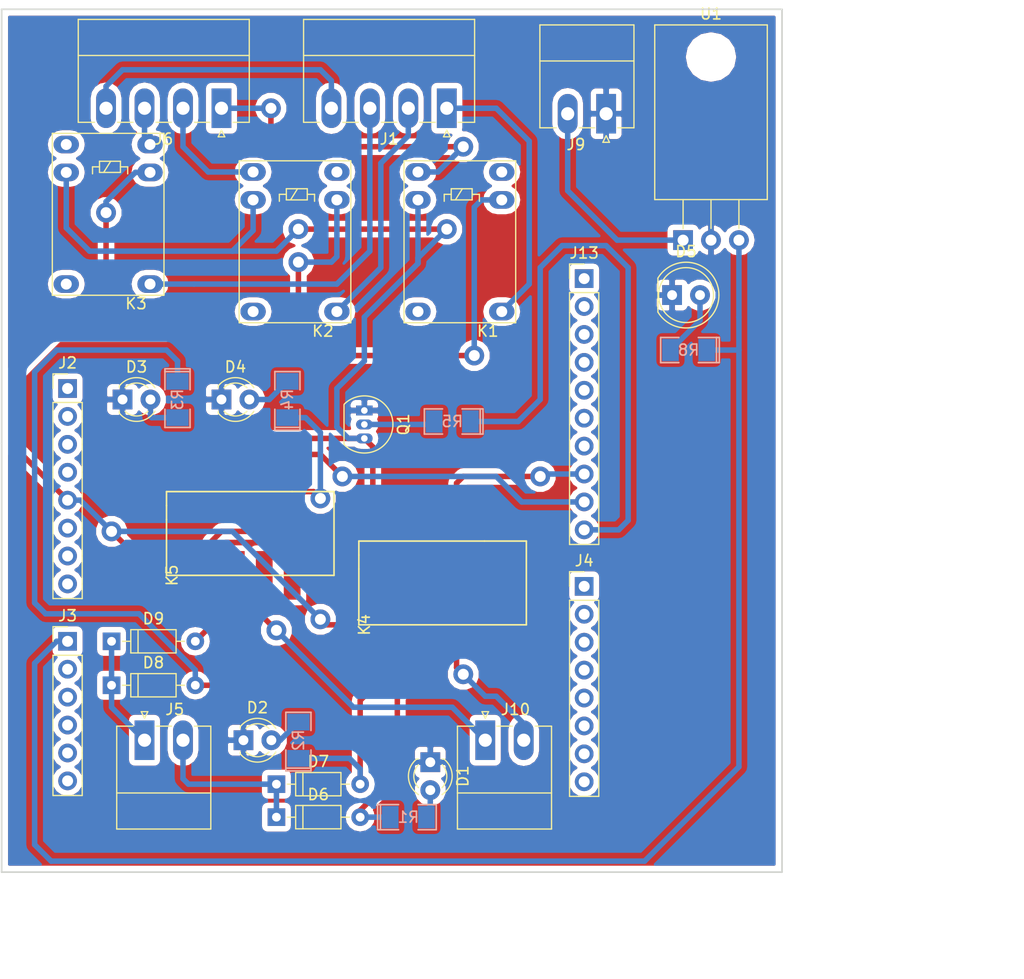
<source format=kicad_pcb>
(kicad_pcb (version 4) (host pcbnew 4.0.7)
  (layers (0 F.Cu signal) (31 B.Cu signal) (34 B.Paste user) (35 F.Paste user) (36 B.SilkS user) (37 F.SilkS user) (38 B.Mask user) (39 F.Mask user) (44 Edge.Cuts user))
  (net 0 "")
  (net 1 GND)
  (net 2 "Net-(D1-Pad2)")
  (net 3 "Net-(D2-Pad2)")
  (net 4 "Net-(D3-Pad2)")
  (net 5 "Net-(D4-Pad2)")
  (net 6 "Net-(J2-Pad1)")
  (net 7 "Net-(J2-Pad2)")
  (net 8 "Net-(J2-Pad3)")
  (net 9 "Net-(J2-Pad4)")
  (net 10 "Net-(J2-Pad5)")
  (net 11 "Net-(J2-Pad6)")
  (net 12 "Net-(J6-Pad1)")
  (net 13 "Net-(J6-Pad3)")
  (net 14 "Net-(Q1-Pad2)")
  (net 15 "Net-(K1-Pad8)")
  (net 16 "Net-(D5-Pad2)")
  (net 17 "Net-(J10-Pad1)")
  (net 18 "Net-(J10-Pad2)")
  (net 19 "Net-(K5-Pad5)")
  (net 20 "Net-(D6-Pad1)")
  (net 21 "Net-(D6-Pad2)")
  (net 22 "Net-(D7-Pad2)")
  (net 23 "Net-(D8-Pad1)")
  (net 24 "Net-(D8-Pad2)")
  (net 25 "Net-(D9-Pad2)")
  (net 26 "Net-(K1-Pad6)")
  (net 27 "Net-(J13-Pad1)")
  (net 28 "Net-(J13-Pad2)")
  (net 29 "Net-(J13-Pad3)")
  (net 30 "Net-(J13-Pad4)")
  (net 31 "Net-(J13-Pad5)")
  (net 32 "Net-(J13-Pad6)")
  (net 33 "Net-(J13-Pad7)")
  (net 34 "Net-(J13-Pad8)")
  (net 35 "Net-(J13-Pad9)")
  (net 36 "Net-(J13-Pad10)")
  (net 37 "Net-(J1-Pad1)")
  (net 38 "Net-(J1-Pad2)")
  (net 39 "Net-(J1-Pad3)")
  (net 40 "Net-(J1-Pad4)")
  (net 41 "Net-(J2-Pad7)")
  (net 42 "Net-(J2-Pad8)")
  (net 43 "Net-(J3-Pad1)")
  (net 44 "Net-(J3-Pad2)")
  (net 45 "Net-(J3-Pad3)")
  (net 46 "Net-(J3-Pad4)")
  (net 47 "Net-(J3-Pad5)")
  (net 48 "Net-(J3-Pad6)")
  (net 49 "Net-(J4-Pad1)")
  (net 50 "Net-(J4-Pad2)")
  (net 51 "Net-(J4-Pad3)")
  (net 52 "Net-(J4-Pad4)")
  (net 53 "Net-(J4-Pad5)")
  (net 54 "Net-(J4-Pad6)")
  (net 55 "Net-(J4-Pad7)")
  (net 56 "Net-(J4-Pad8)")
  (net 57 "Net-(J6-Pad2)")
  (net 58 "Net-(J9-Pad2)")
  (net 59 "Net-(K4-Pad5)")
  (net 60 "Net-(K4-Pad10)")
  (net 61 "Net-(K5-Pad10)")
  (net 62 "Net-(K2-Pad6)")
  (net 63 "Net-(K3-Pad7)")
  (module TO_SOT_Packages_THT:TO-220-3_Horizontal (layer F.Cu) (at 248 79.5)
    (fp_text reference U1 (at 2.54 -20.58) (layer F.SilkS))
    (fp_text value LM7805_TO220)
    (pad 0 np_thru_hole oval (at 2.54 -16.66) (size 3.5 3.5) (drill 3.5) (layers *.Cu *.Mask))
    (pad 1 thru_hole rect (at 0 0) (size 1.8 1.8) (drill 1) (layers *.Cu *.Mask) (net 58 "Net-(J9-Pad2)"))
    (pad 2 thru_hole oval (at 2.54 0) (size 1.8 1.8) (drill 1) (layers *.Cu *.Mask) (net 1 GND))
    (pad 3 thru_hole oval (at 5.08 0) (size 1.8 1.8) (drill 1) (layers *.Cu *.Mask) (net 43 "Net-(J3-Pad1)"))
  )
  (module Diodes_THT:D_DO-35_SOD27_P7.62mm_Horizontal (layer F.Cu) (at 196 116)
    (fp_text reference D9 (at 3.81 -2.06) (layer F.SilkS))
    (fp_text value D)
    (pad 1 thru_hole rect (at 0 0) (size 1.6 1.6) (drill 0.8) (layers *.Cu *.Mask) (net 23 "Net-(D8-Pad1)"))
    (pad 2 thru_hole oval (at 7.62 0) (size 1.6 1.6) (drill 0.8) (layers *.Cu *.Mask) (net 25 "Net-(D9-Pad2)"))
  )
  (module LEDs:LED_D3.0mm (layer F.Cu) (at 225 127 270)
    (fp_text reference D1 (at 1.27 -2.96 270) (layer F.SilkS))
    (fp_text value Led_pedal_H)
    (pad 1 thru_hole rect (at 0 0 270) (size 1.8 1.8) (drill 0.9) (layers *.Cu *.Mask) (net 1 GND))
    (pad 2 thru_hole circle (at 2.54 0 270) (size 1.8 1.8) (drill 0.9) (layers *.Cu *.Mask) (net 2 "Net-(D1-Pad2)"))
  )
  (module LEDs:LED_D3.0mm (layer F.Cu) (at 208 125)
    (fp_text reference D2 (at 1.27 -2.96) (layer F.SilkS))
    (fp_text value Led_button_H)
    (pad 1 thru_hole rect (at 0 0) (size 1.8 1.8) (drill 0.9) (layers *.Cu *.Mask) (net 1 GND))
    (pad 2 thru_hole circle (at 2.54 0) (size 1.8 1.8) (drill 0.9) (layers *.Cu *.Mask) (net 3 "Net-(D2-Pad2)"))
  )
  (module LEDs:LED_D3.0mm (layer F.Cu) (at 197 94)
    (fp_text reference D3 (at 1.27 -2.96) (layer F.SilkS))
    (fp_text value Led_pedal_l)
    (pad 1 thru_hole rect (at 0 0) (size 1.8 1.8) (drill 0.9) (layers *.Cu *.Mask) (net 1 GND))
    (pad 2 thru_hole circle (at 2.54 0) (size 1.8 1.8) (drill 0.9) (layers *.Cu *.Mask) (net 4 "Net-(D3-Pad2)"))
  )
  (module LEDs:LED_D3.0mm (layer F.Cu) (at 206 94)
    (fp_text reference D4 (at 1.27 -2.96) (layer F.SilkS))
    (fp_text value Led_buttonl_l)
    (pad 1 thru_hole rect (at 0 0) (size 1.8 1.8) (drill 0.9) (layers *.Cu *.Mask) (net 1 GND))
    (pad 2 thru_hole circle (at 2.54 0) (size 1.8 1.8) (drill 0.9) (layers *.Cu *.Mask) (net 5 "Net-(D4-Pad2)"))
  )
  (module LEDs:LED_D5.0mm (layer F.Cu) (at 247 84.5)
    (fp_text reference D5 (at 1.27 -3.96) (layer F.SilkS))
    (fp_text value Led_voltage)
    (pad 1 thru_hole rect (at 0 0) (size 1.8 1.8) (drill 0.9) (layers *.Cu *.Mask) (net 1 GND))
    (pad 2 thru_hole circle (at 2.54 0) (size 1.8 1.8) (drill 0.9) (layers *.Cu *.Mask) (net 16 "Net-(D5-Pad2)"))
  )
  (module Diodes_THT:D_DO-35_SOD27_P7.62mm_Horizontal (layer F.Cu) (at 211 132)
    (fp_text reference D6 (at 3.81 -2.06) (layer F.SilkS))
    (fp_text value D)
    (pad 1 thru_hole rect (at 0 0) (size 1.6 1.6) (drill 0.8) (layers *.Cu *.Mask) (net 20 "Net-(D6-Pad1)"))
    (pad 2 thru_hole oval (at 7.62 0) (size 1.6 1.6) (drill 0.8) (layers *.Cu *.Mask) (net 21 "Net-(D6-Pad2)"))
  )
  (module Diodes_THT:D_DO-35_SOD27_P7.62mm_Horizontal (layer F.Cu) (at 211 129)
    (fp_text reference D7 (at 3.81 -2.06) (layer F.SilkS))
    (fp_text value D)
    (pad 1 thru_hole rect (at 0 0) (size 1.6 1.6) (drill 0.8) (layers *.Cu *.Mask) (net 20 "Net-(D6-Pad1)"))
    (pad 2 thru_hole oval (at 7.62 0) (size 1.6 1.6) (drill 0.8) (layers *.Cu *.Mask) (net 22 "Net-(D7-Pad2)"))
  )
  (module Diodes_THT:D_DO-35_SOD27_P7.62mm_Horizontal (layer F.Cu) (at 196 120)
    (fp_text reference D8 (at 3.81 -2.06) (layer F.SilkS))
    (fp_text value D)
    (pad 1 thru_hole rect (at 0 0) (size 1.6 1.6) (drill 0.8) (layers *.Cu *.Mask) (net 23 "Net-(D8-Pad1)"))
    (pad 2 thru_hole oval (at 7.62 0) (size 1.6 1.6) (drill 0.8) (layers *.Cu *.Mask) (net 24 "Net-(D8-Pad2)"))
  )
  (module Connectors_Phoenix:PhoenixContact_MC-G_04x3.50mm_Angled (layer F.Cu) (at 226.5 67.5 180)
    (fp_text reference J1 (at 5.25 -2.8 180) (layer F.SilkS))
    (fp_text value "Входные сигналы положения педали")
    (pad 1 thru_hole rect (at 0 0 180) (size 1.8 3.6) (drill 1.2) (layers *.Cu *.Mask) (net 37 "Net-(J1-Pad1)"))
    (pad 2 thru_hole oval (at 3.5 0 180) (size 1.8 3.6) (drill 1.2) (layers *.Cu *.Mask) (net 38 "Net-(J1-Pad2)"))
    (pad 3 thru_hole oval (at 7 0 180) (size 1.8 3.6) (drill 1.2) (layers *.Cu *.Mask) (net 39 "Net-(J1-Pad3)"))
    (pad 4 thru_hole oval (at 10.5 0 180) (size 1.8 3.6) (drill 1.2) (layers *.Cu *.Mask) (net 40 "Net-(J1-Pad4)"))
  )
  (module Socket_Strips:Socket_Strip_Straight_1x08_Pitch2.54mm (layer F.Cu) (at 192 93)
    (fp_text reference J2 (at 0 -2.33) (layer F.SilkS))
    (fp_text value "left 8")
    (pad 1 thru_hole rect (at 0 0) (size 1.7 1.7) (drill 1) (layers *.Cu *.Mask) (net 6 "Net-(J2-Pad1)"))
    (pad 2 thru_hole oval (at 0 2.54) (size 1.7 1.7) (drill 1) (layers *.Cu *.Mask) (net 7 "Net-(J2-Pad2)"))
    (pad 3 thru_hole oval (at 0 5.08) (size 1.7 1.7) (drill 1) (layers *.Cu *.Mask) (net 8 "Net-(J2-Pad3)"))
    (pad 4 thru_hole oval (at 0 7.62) (size 1.7 1.7) (drill 1) (layers *.Cu *.Mask) (net 9 "Net-(J2-Pad4)"))
    (pad 5 thru_hole oval (at 0 10.16) (size 1.7 1.7) (drill 1) (layers *.Cu *.Mask) (net 10 "Net-(J2-Pad5)"))
    (pad 6 thru_hole oval (at 0 12.7) (size 1.7 1.7) (drill 1) (layers *.Cu *.Mask) (net 11 "Net-(J2-Pad6)"))
    (pad 7 thru_hole oval (at 0 15.24) (size 1.7 1.7) (drill 1) (layers *.Cu *.Mask) (net 41 "Net-(J2-Pad7)"))
    (pad 8 thru_hole oval (at 0 17.78) (size 1.7 1.7) (drill 1) (layers *.Cu *.Mask) (net 42 "Net-(J2-Pad8)"))
  )
  (module Socket_Strips:Socket_Strip_Straight_1x06_Pitch2.54mm (layer F.Cu) (at 192 116)
    (fp_text reference J3 (at 0 -2.33) (layer F.SilkS))
    (fp_text value "Left 06")
    (pad 1 thru_hole rect (at 0 0) (size 1.7 1.7) (drill 1) (layers *.Cu *.Mask) (net 43 "Net-(J3-Pad1)"))
    (pad 2 thru_hole oval (at 0 2.54) (size 1.7 1.7) (drill 1) (layers *.Cu *.Mask) (net 44 "Net-(J3-Pad2)"))
    (pad 3 thru_hole oval (at 0 5.08) (size 1.7 1.7) (drill 1) (layers *.Cu *.Mask) (net 45 "Net-(J3-Pad3)"))
    (pad 4 thru_hole oval (at 0 7.62) (size 1.7 1.7) (drill 1) (layers *.Cu *.Mask) (net 46 "Net-(J3-Pad4)"))
    (pad 5 thru_hole oval (at 0 10.16) (size 1.7 1.7) (drill 1) (layers *.Cu *.Mask) (net 47 "Net-(J3-Pad5)"))
    (pad 6 thru_hole oval (at 0 12.7) (size 1.7 1.7) (drill 1) (layers *.Cu *.Mask) (net 48 "Net-(J3-Pad6)"))
  )
  (module Socket_Strips:Socket_Strip_Straight_1x08_Pitch2.54mm (layer F.Cu) (at 239 111)
    (fp_text reference J4 (at 0 -2.33) (layer F.SilkS))
    (fp_text value "Right 08")
    (pad 1 thru_hole rect (at 0 0) (size 1.7 1.7) (drill 1) (layers *.Cu *.Mask) (net 49 "Net-(J4-Pad1)"))
    (pad 2 thru_hole oval (at 0 2.54) (size 1.7 1.7) (drill 1) (layers *.Cu *.Mask) (net 50 "Net-(J4-Pad2)"))
    (pad 3 thru_hole oval (at 0 5.08) (size 1.7 1.7) (drill 1) (layers *.Cu *.Mask) (net 51 "Net-(J4-Pad3)"))
    (pad 4 thru_hole oval (at 0 7.62) (size 1.7 1.7) (drill 1) (layers *.Cu *.Mask) (net 52 "Net-(J4-Pad4)"))
    (pad 5 thru_hole oval (at 0 10.16) (size 1.7 1.7) (drill 1) (layers *.Cu *.Mask) (net 53 "Net-(J4-Pad5)"))
    (pad 6 thru_hole oval (at 0 12.7) (size 1.7 1.7) (drill 1) (layers *.Cu *.Mask) (net 54 "Net-(J4-Pad6)"))
    (pad 7 thru_hole oval (at 0 15.24) (size 1.7 1.7) (drill 1) (layers *.Cu *.Mask) (net 55 "Net-(J4-Pad7)"))
    (pad 8 thru_hole oval (at 0 17.78) (size 1.7 1.7) (drill 1) (layers *.Cu *.Mask) (net 56 "Net-(J4-Pad8)"))
  )
  (module Connectors_Phoenix:PhoenixContact_MC-G_02x3.50mm_Angled (layer F.Cu) (at 199 125)
    (fp_text reference J5 (at 2.75 -2.8) (layer F.SilkS))
    (fp_text value "Выход для OSCC")
    (pad 1 thru_hole rect (at 0 0) (size 1.8 3.6) (drill 1.2) (layers *.Cu *.Mask) (net 23 "Net-(D8-Pad1)"))
    (pad 2 thru_hole oval (at 3.5 0) (size 1.8 3.6) (drill 1.2) (layers *.Cu *.Mask) (net 20 "Net-(D6-Pad1)"))
  )
  (module Connectors_Phoenix:PhoenixContact_MC-G_04x3.50mm_Angled (layer F.Cu) (at 206 67.5 180)
    (fp_text reference J6 (at 5.25 -2.8 180) (layer F.SilkS))
    (fp_text value "Выход положения педали OSCC")
    (pad 1 thru_hole rect (at 0 0 180) (size 1.8 3.6) (drill 1.2) (layers *.Cu *.Mask) (net 12 "Net-(J6-Pad1)"))
    (pad 2 thru_hole oval (at 3.5 0 180) (size 1.8 3.6) (drill 1.2) (layers *.Cu *.Mask) (net 57 "Net-(J6-Pad2)"))
    (pad 3 thru_hole oval (at 7 0 180) (size 1.8 3.6) (drill 1.2) (layers *.Cu *.Mask) (net 13 "Net-(J6-Pad3)"))
    (pad 4 thru_hole oval (at 10.5 0 180) (size 1.8 3.6) (drill 1.2) (layers *.Cu *.Mask) (net 40 "Net-(J1-Pad4)"))
  )
  (module Connectors_Phoenix:PhoenixContact_MC-G_02x3.50mm_Angled (layer F.Cu) (at 241 68 180)
    (fp_text reference J9 (at 2.75 -2.8 180) (layer F.SilkS))
    (fp_text value "Нажатие кнопки")
    (pad 1 thru_hole rect (at 0 0 180) (size 1.8 3.6) (drill 1.2) (layers *.Cu *.Mask) (net 1 GND))
    (pad 2 thru_hole oval (at 3.5 0 180) (size 1.8 3.6) (drill 1.2) (layers *.Cu *.Mask) (net 58 "Net-(J9-Pad2)"))
  )
  (module Connectors_Phoenix:PhoenixContact_MC-G_02x3.50mm_Angled (layer F.Cu) (at 230 125)
    (fp_text reference J10 (at 2.75 -2.8) (layer F.SilkS))
    (fp_text value "Вход c KIA High Low")
    (pad 1 thru_hole rect (at 0 0) (size 1.8 3.6) (drill 1.2) (layers *.Cu *.Mask) (net 17 "Net-(J10-Pad1)"))
    (pad 2 thru_hole oval (at 3.5 0) (size 1.8 3.6) (drill 1.2) (layers *.Cu *.Mask) (net 18 "Net-(J10-Pad2)"))
  )
  (module Socket_Strips:Socket_Strip_Straight_1x10_Pitch2.54mm (layer F.Cu) (at 239 83)
    (fp_text reference J13 (at 0 -2.33) (layer F.SilkS))
    (fp_text value Conn_01x10)
    (pad 1 thru_hole rect (at 0 0) (size 1.7 1.7) (drill 1) (layers *.Cu *.Mask) (net 27 "Net-(J13-Pad1)"))
    (pad 2 thru_hole oval (at 0 2.54) (size 1.7 1.7) (drill 1) (layers *.Cu *.Mask) (net 28 "Net-(J13-Pad2)"))
    (pad 3 thru_hole oval (at 0 5.08) (size 1.7 1.7) (drill 1) (layers *.Cu *.Mask) (net 29 "Net-(J13-Pad3)"))
    (pad 4 thru_hole oval (at 0 7.62) (size 1.7 1.7) (drill 1) (layers *.Cu *.Mask) (net 30 "Net-(J13-Pad4)"))
    (pad 5 thru_hole oval (at 0 10.16) (size 1.7 1.7) (drill 1) (layers *.Cu *.Mask) (net 31 "Net-(J13-Pad5)"))
    (pad 6 thru_hole oval (at 0 12.7) (size 1.7 1.7) (drill 1) (layers *.Cu *.Mask) (net 32 "Net-(J13-Pad6)"))
    (pad 7 thru_hole oval (at 0 15.24) (size 1.7 1.7) (drill 1) (layers *.Cu *.Mask) (net 33 "Net-(J13-Pad7)"))
    (pad 8 thru_hole oval (at 0 17.78) (size 1.7 1.7) (drill 1) (layers *.Cu *.Mask) (net 34 "Net-(J13-Pad8)"))
    (pad 9 thru_hole oval (at 0 20.32) (size 1.7 1.7) (drill 1) (layers *.Cu *.Mask) (net 35 "Net-(J13-Pad9)"))
    (pad 10 thru_hole oval (at 0 22.86) (size 1.7 1.7) (drill 1) (layers *.Cu *.Mask) (net 36 "Net-(J13-Pad10)"))
  )
  (module TO_SOT_Packages_THT:TO-92_Inline_Narrow_Oval (layer F.Cu) (at 219 95 270)
    (fp_text reference Q1 (at 1.27 -3.56 270) (layer F.SilkS))
    (fp_text value KT315)
    (pad 2 thru_hole oval (at 1.27 0 90) (size 0.9 1.5) (drill 0.6) (layers *.Cu *.Mask) (net 14 "Net-(Q1-Pad2)"))
    (pad 3 thru_hole oval (at 2.54 0 90) (size 0.9 1.5) (drill 0.6) (layers *.Cu *.Mask) (net 15 "Net-(K1-Pad8)"))
    (pad 1 thru_hole rect (at 0 0 90) (size 0.9 1.5) (drill 0.6) (layers *.Cu *.Mask) (net 1 GND))
  )
  (module SMD_Packages:SMD-1206_Pol (layer B.Cu) (at 223 132)
    (fp_text reference R1 (at 0 0) (layer B.SilkS) (effects (justify mirror)))
    (fp_text value 200)
    (pad 1 smd rect (at -1.651 0) (size 1.524 2.032) (layers B.Cu B.Paste B.Mask) (net 21 "Net-(D6-Pad2)"))
    (pad 2 smd rect (at 1.651 0) (size 1.524 2.032) (layers B.Cu B.Paste B.Mask) (net 2 "Net-(D1-Pad2)"))
  )
  (module SMD_Packages:SMD-1206_Pol (layer B.Cu) (at 213 125 90)
    (fp_text reference R2 (at 0 0 90) (layer B.SilkS) (effects (justify mirror)))
    (fp_text value 200)
    (pad 1 smd rect (at -1.651 0 90) (size 1.524 2.032) (layers B.Cu B.Paste B.Mask) (net 22 "Net-(D7-Pad2)"))
    (pad 2 smd rect (at 1.651 0 90) (size 1.524 2.032) (layers B.Cu B.Paste B.Mask) (net 3 "Net-(D2-Pad2)"))
  )
  (module SMD_Packages:SMD-1206_Pol (layer B.Cu) (at 202 94 270)
    (fp_text reference R3 (at 0 0 270) (layer B.SilkS) (effects (justify mirror)))
    (fp_text value 200)
    (pad 1 smd rect (at -1.651 0 270) (size 1.524 2.032) (layers B.Cu B.Paste B.Mask) (net 24 "Net-(D8-Pad2)"))
    (pad 2 smd rect (at 1.651 0 270) (size 1.524 2.032) (layers B.Cu B.Paste B.Mask) (net 4 "Net-(D3-Pad2)"))
  )
  (module SMD_Packages:SMD-1206_Pol (layer B.Cu) (at 212 94 90)
    (fp_text reference R4 (at 0 0 90) (layer B.SilkS) (effects (justify mirror)))
    (fp_text value 200)
    (pad 1 smd rect (at -1.651 0 90) (size 1.524 2.032) (layers B.Cu B.Paste B.Mask) (net 25 "Net-(D9-Pad2)"))
    (pad 2 smd rect (at 1.651 0 90) (size 1.524 2.032) (layers B.Cu B.Paste B.Mask) (net 5 "Net-(D4-Pad2)"))
  )
  (module SMD_Packages:SMD-1206_Pol (layer B.Cu) (at 227 96 180)
    (fp_text reference R5 (at 0 0 180) (layer B.SilkS) (effects (justify mirror)))
    (fp_text value 30)
    (pad 1 smd rect (at -1.651 0 180) (size 1.524 2.032) (layers B.Cu B.Paste B.Mask) (net 36 "Net-(J13-Pad10)"))
    (pad 2 smd rect (at 1.651 0 180) (size 1.524 2.032) (layers B.Cu B.Paste B.Mask) (net 14 "Net-(Q1-Pad2)"))
  )
  (module SMD_Packages:SMD-1206_Pol (layer B.Cu) (at 248.5 89.5 180)
    (fp_text reference R8 (at 0 0 180) (layer B.SilkS) (effects (justify mirror)))
    (fp_text value 200)
    (pad 1 smd rect (at -1.651 0 180) (size 1.524 2.032) (layers B.Cu B.Paste B.Mask) (net 43 "Net-(J3-Pad1)"))
    (pad 2 smd rect (at 1.651 0 180) (size 1.524 2.032) (layers B.Cu B.Paste B.Mask) (net 16 "Net-(D5-Pad2)"))
  )
  (module Library:EE2-5NU (layer F.Cu) (at 218.5 114.5 90)
    (fp_text reference K4 (at 0 0.5 90) (layer F.SilkS))
    (fp_text value AZ850-x)
    (pad 1 smd rect (at 0 1.27 90) (size 4.42 1.524) (layers F.Cu F.Paste F.Mask) (net 10 "Net-(J2-Pad5)"))
    (pad 3 smd rect (at 0 6.35 90) (size 4.42 1.524) (layers F.Cu F.Paste F.Mask) (net 21 "Net-(D6-Pad2)"))
    (pad 4 smd rect (at 0 8.89 90) (size 4.42 1.524) (layers F.Cu F.Paste F.Mask) (net 18 "Net-(J10-Pad2)"))
    (pad 5 smd rect (at 0 11.43 90) (size 4.42 1.524) (layers F.Cu F.Paste F.Mask) (net 59 "Net-(K4-Pad5)"))
    (pad 12 smd rect (at 7.62 1.27 90) (size 4.42 1.524) (layers F.Cu F.Paste F.Mask) (net 15 "Net-(K1-Pad8)"))
    (pad 10 smd rect (at 7.62 6.35 90) (size 4.42 1.524) (layers F.Cu F.Paste F.Mask) (net 60 "Net-(K4-Pad10)"))
    (pad 9 smd rect (at 7.62 8.89 90) (size 4.42 1.524) (layers F.Cu F.Paste F.Mask) (net 34 "Net-(J13-Pad8)"))
    (pad 8 smd rect (at 7.62 11.43 90) (size 4.42 1.524) (layers F.Cu F.Paste F.Mask) (net 22 "Net-(D7-Pad2)"))
  )
  (module Library:EE2-5NU (layer F.Cu) (at 201 110 90)
    (fp_text reference K5 (at 0 0.5 90) (layer F.SilkS))
    (fp_text value AZ850-x)
    (pad 1 smd rect (at 0 1.27 90) (size 4.42 1.524) (layers F.Cu F.Paste F.Mask) (net 10 "Net-(J2-Pad5)"))
    (pad 3 smd rect (at 0 6.35 90) (size 4.42 1.524) (layers F.Cu F.Paste F.Mask) (net 24 "Net-(D8-Pad2)"))
    (pad 4 smd rect (at 0 8.89 90) (size 4.42 1.524) (layers F.Cu F.Paste F.Mask) (net 17 "Net-(J10-Pad1)"))
    (pad 5 smd rect (at 0 11.43 90) (size 4.42 1.524) (layers F.Cu F.Paste F.Mask) (net 19 "Net-(K5-Pad5)"))
    (pad 12 smd rect (at 7.62 1.27 90) (size 4.42 1.524) (layers F.Cu F.Paste F.Mask) (net 15 "Net-(K1-Pad8)"))
    (pad 10 smd rect (at 7.62 6.35 90) (size 4.42 1.524) (layers F.Cu F.Paste F.Mask) (net 61 "Net-(K5-Pad10)"))
    (pad 9 smd rect (at 7.62 8.89 90) (size 4.42 1.524) (layers F.Cu F.Paste F.Mask) (net 35 "Net-(J13-Pad9)"))
    (pad 8 smd rect (at 7.62 11.43 90) (size 4.42 1.524) (layers F.Cu F.Paste F.Mask) (net 25 "Net-(D9-Pad2)"))
  )
  (module Relays_THT:Relay_SPDT_HJR-4102 (layer F.Cu) (at 231.5 86 180)
    (fp_text reference K1 (at 1.27 -1.778 180) (layer F.SilkS))
    (fp_text value G5Q-1)
    (pad 12 thru_hole oval (at 7.62 0 180) (size 2.3 1.6) (drill 1) (layers *.Cu *.Mask))
    (pad 8 thru_hole oval (at 7.62 10.16 180) (size 2.3 1.6) (drill 1) (layers *.Cu *.Mask) (net 15 "Net-(K1-Pad8)"))
    (pad 1 thru_hole oval (at 0 0 180) (size 2.3 1.6) (drill 1) (layers *.Cu *.Mask) (net 37 "Net-(J1-Pad1)"))
    (pad 5 thru_hole oval (at 0 10.16 180) (size 2.3 1.6) (drill 1) (layers *.Cu *.Mask) (net 10 "Net-(J2-Pad5)"))
    (pad 7 thru_hole oval (at 7.62 12.7 180) (size 2.3 1.6) (drill 1) (layers *.Cu *.Mask) (net 12 "Net-(J6-Pad1)"))
    (pad 6 thru_hole oval (at 0 12.7 180) (size 2.3 1.6) (drill 1) (layers *.Cu *.Mask) (net 26 "Net-(K1-Pad6)"))
  )
  (module Relays_THT:Relay_SPDT_HJR-4102 (layer F.Cu) (at 216.5 86 180)
    (fp_text reference K2 (at 1.27 -1.778 180) (layer F.SilkS))
    (fp_text value G5Q-1)
    (pad 12 thru_hole oval (at 7.62 0 180) (size 2.3 1.6) (drill 1) (layers *.Cu *.Mask))
    (pad 8 thru_hole oval (at 7.62 10.16 180) (size 2.3 1.6) (drill 1) (layers *.Cu *.Mask) (net 15 "Net-(K1-Pad8)"))
    (pad 1 thru_hole oval (at 0 0 180) (size 2.3 1.6) (drill 1) (layers *.Cu *.Mask) (net 38 "Net-(J1-Pad2)"))
    (pad 5 thru_hole oval (at 0 10.16 180) (size 2.3 1.6) (drill 1) (layers *.Cu *.Mask) (net 10 "Net-(J2-Pad5)"))
    (pad 7 thru_hole oval (at 7.62 12.7 180) (size 2.3 1.6) (drill 1) (layers *.Cu *.Mask) (net 57 "Net-(J6-Pad2)"))
    (pad 6 thru_hole oval (at 0 12.7 180) (size 2.3 1.6) (drill 1) (layers *.Cu *.Mask) (net 62 "Net-(K2-Pad6)"))
  )
  (module Relays_THT:Relay_SPDT_HJR-4102 (layer F.Cu) (at 199.5 83.5 180)
    (fp_text reference K3 (at 1.27 -1.778 180) (layer F.SilkS))
    (fp_text value G5Q-1)
    (pad 12 thru_hole oval (at 7.62 0 180) (size 2.3 1.6) (drill 1) (layers *.Cu *.Mask))
    (pad 8 thru_hole oval (at 7.62 10.16 180) (size 2.3 1.6) (drill 1) (layers *.Cu *.Mask) (net 15 "Net-(K1-Pad8)"))
    (pad 1 thru_hole oval (at 0 0 180) (size 2.3 1.6) (drill 1) (layers *.Cu *.Mask) (net 39 "Net-(J1-Pad3)"))
    (pad 5 thru_hole oval (at 0 10.16 180) (size 2.3 1.6) (drill 1) (layers *.Cu *.Mask) (net 10 "Net-(J2-Pad5)"))
    (pad 7 thru_hole oval (at 7.62 12.7 180) (size 2.3 1.6) (drill 1) (layers *.Cu *.Mask) (net 63 "Net-(K3-Pad7)"))
    (pad 6 thru_hole oval (at 0 12.7 180) (size 2.3 1.6) (drill 1) (layers *.Cu *.Mask) (net 13 "Net-(J6-Pad3)"))
  )
  (gr_line (start 186 137) (end 186 98) (angle 90) (layer Edge.Cuts) (width 0.15))
  (gr_line (start 257 137) (end 186 137) (angle 90) (layer Edge.Cuts) (width 0.15))
  (gr_line (start 257 58.5) (end 257 137) (angle 90) (layer Edge.Cuts) (width 0.15))
  (gr_line (start 186 58.5) (end 257 58.5) (angle 90) (layer Edge.Cuts) (width 0.15))
  (gr_line (start 186 98) (end 186 58.5) (angle 90) (layer Edge.Cuts) (width 0.15))
  (segment (start 225 129.54) (end 225 131.651) (width 0.5) (layer B.Cu) (net 2))
  (segment (start 225 131.651) (end 224.651 132) (width 0.5) (layer B.Cu) (net 2))
  (segment (start 210.54 125) (end 211.349 125) (width 0.5) (layer B.Cu) (net 3))
  (segment (start 211.349 125) (end 213 123.349) (width 0.5) (layer B.Cu) (net 3))
  (segment (start 199.54 94) (end 199.54 95.54) (width 0.5) (layer B.Cu) (net 4))
  (segment (start 199.651 95.651) (end 202 95.651) (width 0.5) (layer B.Cu) (net 4))
  (segment (start 199.54 95.54) (end 199.651 95.651) (width 0.5) (layer B.Cu) (net 4))
  (segment (start 208.54 94) (end 210.349 94) (width 0.5) (layer B.Cu) (net 5))
  (segment (start 210.349 94) (end 212 92.349) (width 0.5) (layer B.Cu) (net 5))
  (segment (start 216.5 75.84) (end 216.5 81) (width 0.5) (layer B.Cu) (net 10))
  (segment (start 213 81.5) (end 213 90) (width 0.5) (layer F.Cu) (net 10))
  (via (at 213 81.5) (size 1.8) (drill 1) (layers F.Cu B.Cu) (net 10))
  (segment (start 216 81.5) (end 213 81.5) (width 0.5) (layer B.Cu) (net 10))
  (segment (start 216.5 81) (end 216 81.5) (width 0.5) (layer B.Cu) (net 10))
  (segment (start 199.5 73.34) (end 198.16 73.34) (width 0.5) (layer B.Cu) (net 10))
  (segment (start 195.5 77) (end 195.5 88) (width 0.5) (layer F.Cu) (net 10))
  (via (at 195.5 77) (size 1.8) (drill 1) (layers F.Cu B.Cu) (net 10))
  (segment (start 195.5 76) (end 195.5 77) (width 0.5) (layer B.Cu) (net 10))
  (segment (start 198.16 73.34) (end 195.5 76) (width 0.5) (layer B.Cu) (net 10))
  (segment (start 216.5 75.84) (end 216.5 76) (width 0.5) (layer B.Cu) (net 10))
  (segment (start 187 98.16) (end 192 103.16) (width 0.5) (layer F.Cu) (net 10))
  (segment (start 187 92) (end 187 98.16) (width 0.5) (layer F.Cu) (net 10))
  (segment (start 191 88) (end 187 92) (width 0.5) (layer F.Cu) (net 10))
  (segment (start 205 88) (end 195.5 88) (width 0.5) (layer F.Cu) (net 10))
  (segment (start 213 90) (end 207 90) (width 0.5) (layer F.Cu) (net 10))
  (segment (start 207 90) (end 205 88) (width 0.5) (layer F.Cu) (net 10))
  (segment (start 195.5 88) (end 191 88) (width 0.5) (layer F.Cu) (net 10))
  (segment (start 229 90) (end 213 90) (width 0.5) (layer F.Cu) (net 10))
  (segment (start 231.5 75.84) (end 229.66 75.84) (width 0.5) (layer B.Cu) (net 10))
  (segment (start 229.66 75.84) (end 229 76.5) (width 0.5) (layer B.Cu) (net 10))
  (segment (start 229 76.5) (end 229 90) (width 0.5) (layer B.Cu) (net 10))
  (via (at 229 90) (size 1.8) (drill 1) (layers F.Cu B.Cu) (net 10))
  (segment (start 192 103.16) (end 191.66 103.16) (width 0.5) (layer F.Cu) (net 10))
  (segment (start 219.77 114.5) (end 215.5 114.5) (width 0.5) (layer F.Cu) (net 10))
  (segment (start 207 106) (end 196 106) (width 0.5) (layer B.Cu) (net 10))
  (segment (start 215 114) (end 207 106) (width 0.5) (layer B.Cu) (net 10))
  (via (at 215 114) (size 1.8) (drill 1) (layers F.Cu B.Cu) (net 10))
  (segment (start 215.5 114.5) (end 215 114) (width 0.5) (layer F.Cu) (net 10))
  (segment (start 202.27 110) (end 200 110) (width 0.5) (layer F.Cu) (net 10))
  (segment (start 193.16 103.16) (end 192 103.16) (width 0.5) (layer B.Cu) (net 10))
  (segment (start 196 106) (end 193.16 103.16) (width 0.5) (layer B.Cu) (net 10))
  (via (at 196 106) (size 1.8) (drill 1) (layers F.Cu B.Cu) (net 10))
  (segment (start 200 110) (end 196 106) (width 0.5) (layer F.Cu) (net 10))
  (segment (start 192.16 103) (end 192 103.16) (width 0.5) (layer B.Cu) (net 10))
  (segment (start 223.88 73.3) (end 225.7 73.3) (width 0.5) (layer B.Cu) (net 12))
  (segment (start 210.5 67.5) (end 206 67.5) (width 0.5) (layer B.Cu) (net 12))
  (via (at 210.5 67.5) (size 1.8) (drill 1) (layers F.Cu B.Cu) (net 12))
  (segment (start 210.5 70) (end 210.5 67.5) (width 0.5) (layer F.Cu) (net 12))
  (segment (start 211.5 71) (end 210.5 70) (width 0.5) (layer F.Cu) (net 12))
  (segment (start 228 71) (end 211.5 71) (width 0.5) (layer F.Cu) (net 12))
  (via (at 228 71) (size 1.8) (drill 1) (layers F.Cu B.Cu) (net 12))
  (segment (start 225.7 73.3) (end 228 71) (width 0.5) (layer B.Cu) (net 12))
  (segment (start 199 67.5) (end 199 70.3) (width 0.5) (layer B.Cu) (net 13))
  (segment (start 199 70.3) (end 199.5 70.8) (width 0.5) (layer B.Cu) (net 13))
  (segment (start 199.5 70.8) (end 199.5 70) (width 0.5) (layer B.Cu) (net 13))
  (segment (start 199.5 70) (end 199 70.5) (width 0.5) (layer B.Cu) (net 13))
  (segment (start 219 96.27) (end 225.079 96.27) (width 0.5) (layer B.Cu) (net 14))
  (segment (start 225.079 96.27) (end 225.349 96) (width 0.5) (layer B.Cu) (net 14))
  (segment (start 207 80.5) (end 211 80.5) (width 0.5) (layer B.Cu) (net 15))
  (segment (start 223.88 81.12) (end 223.88 81.62) (width 0.5) (layer B.Cu) (net 15))
  (segment (start 226.5 78.5) (end 223.88 81.12) (width 0.5) (layer B.Cu) (net 15))
  (via (at 226.5 78.5) (size 1.8) (drill 1) (layers F.Cu B.Cu) (net 15))
  (segment (start 213 78.5) (end 226.5 78.5) (width 0.5) (layer F.Cu) (net 15))
  (via (at 213 78.5) (size 1.8) (drill 1) (layers F.Cu B.Cu) (net 15))
  (segment (start 211 80.5) (end 213 78.5) (width 0.5) (layer B.Cu) (net 15))
  (segment (start 223.88 75.84) (end 223.88 81.62) (width 0.5) (layer B.Cu) (net 15))
  (segment (start 217.54 97.54) (end 219 97.54) (width 0.5) (layer B.Cu) (net 15))
  (segment (start 223.88 81.62) (end 219 86.5) (width 0.5) (layer B.Cu) (net 15))
  (segment (start 219 86.5) (end 219 90.5) (width 0.5) (layer B.Cu) (net 15))
  (segment (start 219 90.5) (end 216.5 93) (width 0.5) (layer B.Cu) (net 15))
  (segment (start 216.5 93) (end 216.5 96.5) (width 0.5) (layer B.Cu) (net 15))
  (segment (start 216.5 96.5) (end 217.54 97.54) (width 0.5) (layer B.Cu) (net 15))
  (segment (start 191.88 73.34) (end 191.88 78.38) (width 0.5) (layer B.Cu) (net 15))
  (segment (start 208.88 78.62) (end 208.88 75.84) (width 0.5) (layer B.Cu) (net 15))
  (segment (start 207 80.5) (end 208.88 78.62) (width 0.5) (layer B.Cu) (net 15))
  (segment (start 194 80.5) (end 207 80.5) (width 0.5) (layer B.Cu) (net 15))
  (segment (start 191.88 78.38) (end 194 80.5) (width 0.5) (layer B.Cu) (net 15))
  (segment (start 202.27 102.38) (end 202.27 99.73) (width 0.5) (layer F.Cu) (net 15))
  (segment (start 204.46 97.54) (end 219 97.54) (width 0.5) (layer F.Cu) (net 15))
  (segment (start 202.27 99.73) (end 204.46 97.54) (width 0.5) (layer F.Cu) (net 15))
  (segment (start 219.77 106.88) (end 219.77 98.31) (width 0.5) (layer F.Cu) (net 15))
  (segment (start 219.77 98.31) (end 219 97.54) (width 0.5) (layer F.Cu) (net 15))
  (segment (start 202.27 102.38) (end 202.27 100.73) (width 0.5) (layer F.Cu) (net 15))
  (segment (start 249.54 84.5) (end 249.54 86.809) (width 0.5) (layer B.Cu) (net 16))
  (segment (start 249.54 86.809) (end 246.849 89.5) (width 0.5) (layer B.Cu) (net 16))
  (segment (start 249.889 84.151) (end 249.54 84.5) (width 0.5) (layer B.Cu) (net 16))
  (segment (start 209.89 110) (end 209.89 113.89) (width 0.5) (layer F.Cu) (net 17))
  (segment (start 228 123) (end 230 125) (width 0.5) (layer B.Cu) (net 17))
  (segment (start 227 122) (end 228 123) (width 0.5) (layer B.Cu) (net 17))
  (segment (start 218 122) (end 227 122) (width 0.5) (layer B.Cu) (net 17))
  (segment (start 211 115) (end 218 122) (width 0.5) (layer B.Cu) (net 17))
  (via (at 211 115) (size 1.8) (drill 1) (layers F.Cu B.Cu) (net 17))
  (segment (start 209.89 113.89) (end 211 115) (width 0.5) (layer F.Cu) (net 17))
  (segment (start 227.39 114.5) (end 227.39 118.39) (width 0.5) (layer F.Cu) (net 18))
  (segment (start 231 121) (end 233.5 123.5) (width 0.5) (layer B.Cu) (net 18))
  (segment (start 230 121) (end 231 121) (width 0.5) (layer B.Cu) (net 18))
  (segment (start 228 119) (end 230 121) (width 0.5) (layer B.Cu) (net 18))
  (via (at 228 119) (size 1.8) (drill 1) (layers F.Cu B.Cu) (net 18))
  (segment (start 227.39 118.39) (end 228 119) (width 0.5) (layer F.Cu) (net 18))
  (segment (start 233.5 123.5) (end 233.5 125) (width 0.5) (layer B.Cu) (net 18))
  (segment (start 233 124.5) (end 233.5 125) (width 0.5) (layer B.Cu) (net 18))
  (segment (start 227.39 114.5) (end 227.39 116.39) (width 0.5) (layer F.Cu) (net 18))
  (segment (start 211 129) (end 203 129) (width 0.5) (layer B.Cu) (net 20))
  (segment (start 202.5 128.5) (end 202.5 125) (width 0.5) (layer B.Cu) (net 20))
  (segment (start 203 129) (end 202.5 128.5) (width 0.5) (layer B.Cu) (net 20))
  (segment (start 211 132) (end 211 129) (width 0.5) (layer B.Cu) (net 20))
  (segment (start 218.62 132) (end 218.62 131.38) (width 0.5) (layer F.Cu) (net 21))
  (segment (start 218.62 131.38) (end 222 128) (width 0.5) (layer F.Cu) (net 21))
  (segment (start 224.85 118.15) (end 224.85 114.5) (width 0.5) (layer F.Cu) (net 21))
  (segment (start 222 121) (end 224.85 118.15) (width 0.5) (layer F.Cu) (net 21))
  (segment (start 222 128) (end 222 121) (width 0.5) (layer F.Cu) (net 21))
  (segment (start 218.62 132) (end 221.349 132) (width 0.5) (layer B.Cu) (net 21))
  (segment (start 218.62 129) (end 218.62 121.38) (width 0.5) (layer F.Cu) (net 22))
  (segment (start 228 111) (end 229.93 109.07) (width 0.5) (layer F.Cu) (net 22))
  (segment (start 223 111) (end 228 111) (width 0.5) (layer F.Cu) (net 22))
  (segment (start 222 112) (end 223 111) (width 0.5) (layer F.Cu) (net 22))
  (segment (start 222 118) (end 222 112) (width 0.5) (layer F.Cu) (net 22))
  (segment (start 218.62 121.38) (end 222 118) (width 0.5) (layer F.Cu) (net 22))
  (segment (start 229.93 109.07) (end 229.93 106.88) (width 0.5) (layer F.Cu) (net 22))
  (segment (start 213 126.651) (end 217.651 126.651) (width 0.5) (layer B.Cu) (net 22))
  (segment (start 218.62 127.62) (end 218.62 129) (width 0.5) (layer B.Cu) (net 22))
  (segment (start 217.651 126.651) (end 218.62 127.62) (width 0.5) (layer B.Cu) (net 22))
  (segment (start 229.93 109.07) (end 229.93 106.88) (width 0.5) (layer F.Cu) (net 22))
  (segment (start 229.93 109.07) (end 229.93 106.88) (width 0.5) (layer F.Cu) (net 22))
  (segment (start 196 120) (end 196 122) (width 0.5) (layer B.Cu) (net 23))
  (segment (start 196 122) (end 199 125) (width 0.5) (layer B.Cu) (net 23))
  (segment (start 196 116) (end 196 120) (width 0.5) (layer B.Cu) (net 23))
  (segment (start 203.62 120) (end 203.62 118.62) (width 0.5) (layer B.Cu) (net 24))
  (segment (start 202 90.5) (end 202 92.349) (width 0.5) (layer B.Cu) (net 24))
  (segment (start 201 89.5) (end 202 90.5) (width 0.5) (layer B.Cu) (net 24))
  (segment (start 191 89.5) (end 201 89.5) (width 0.5) (layer B.Cu) (net 24))
  (segment (start 189 91.5) (end 191 89.5) (width 0.5) (layer B.Cu) (net 24))
  (segment (start 189 112.5) (end 189 91.5) (width 0.5) (layer B.Cu) (net 24))
  (segment (start 190 113.5) (end 189 112.5) (width 0.5) (layer B.Cu) (net 24))
  (segment (start 198.5 113.5) (end 190 113.5) (width 0.5) (layer B.Cu) (net 24))
  (segment (start 203.62 118.62) (end 198.5 113.5) (width 0.5) (layer B.Cu) (net 24))
  (segment (start 203.62 120) (end 205 120) (width 0.5) (layer F.Cu) (net 24))
  (segment (start 207.35 117.65) (end 207.35 110) (width 0.5) (layer F.Cu) (net 24))
  (segment (start 205 120) (end 207.35 117.65) (width 0.5) (layer F.Cu) (net 24))
  (segment (start 212.43 102.38) (end 212.43 104.57) (width 0.5) (layer F.Cu) (net 25))
  (segment (start 212.43 104.57) (end 211 106) (width 0.5) (layer F.Cu) (net 25))
  (segment (start 205 114.62) (end 203.62 116) (width 0.5) (layer F.Cu) (net 25))
  (segment (start 205 107) (end 205 114.62) (width 0.5) (layer F.Cu) (net 25))
  (segment (start 206 106) (end 205 107) (width 0.5) (layer F.Cu) (net 25))
  (segment (start 211 106) (end 206 106) (width 0.5) (layer F.Cu) (net 25))
  (segment (start 212 95.651) (end 213.651 95.651) (width 0.5) (layer B.Cu) (net 25))
  (segment (start 214.38 102.38) (end 212.43 102.38) (width 0.5) (layer F.Cu) (net 25))
  (segment (start 215 103) (end 214.38 102.38) (width 0.5) (layer F.Cu) (net 25))
  (via (at 215 103) (size 1.8) (drill 1) (layers F.Cu B.Cu) (net 25))
  (segment (start 215 97) (end 215 103) (width 0.5) (layer B.Cu) (net 25))
  (segment (start 213.651 95.651) (end 215 97) (width 0.5) (layer B.Cu) (net 25))
  (segment (start 212.43 104.57) (end 212.43 102.38) (width 0.5) (layer F.Cu) (net 25))
  (segment (start 239 100.78) (end 235.22 100.78) (width 0.5) (layer B.Cu) (net 34))
  (segment (start 227.39 101.61) (end 227.39 106.88) (width 0.5) (layer F.Cu) (net 34))
  (segment (start 228 101) (end 227.39 101.61) (width 0.5) (layer F.Cu) (net 34))
  (segment (start 235 101) (end 228 101) (width 0.5) (layer F.Cu) (net 34))
  (via (at 235 101) (size 1.8) (drill 1) (layers F.Cu B.Cu) (net 34))
  (segment (start 235.22 100.78) (end 235 101) (width 0.5) (layer B.Cu) (net 34))
  (segment (start 228 106.27) (end 227.39 106.88) (width 0.5) (layer F.Cu) (net 34))
  (segment (start 209.89 102.38) (end 209.89 100.11) (width 0.5) (layer F.Cu) (net 35))
  (segment (start 233.32 103.32) (end 239 103.32) (width 0.5) (layer B.Cu) (net 35))
  (segment (start 231 101) (end 233.32 103.32) (width 0.5) (layer B.Cu) (net 35))
  (segment (start 217 101) (end 231 101) (width 0.5) (layer B.Cu) (net 35))
  (via (at 217 101) (size 1.8) (drill 1) (layers F.Cu B.Cu) (net 35))
  (segment (start 215 99) (end 217 101) (width 0.5) (layer F.Cu) (net 35))
  (segment (start 211 99) (end 215 99) (width 0.5) (layer F.Cu) (net 35))
  (segment (start 209.89 100.11) (end 211 99) (width 0.5) (layer F.Cu) (net 35))
  (segment (start 209.89 100.337204) (end 209.89 102.38) (width 0.5) (layer F.Cu) (net 35))
  (segment (start 239 105.86) (end 242.14 105.86) (width 0.5) (layer B.Cu) (net 36))
  (segment (start 233 96) (end 228.651 96) (width 0.5) (layer B.Cu) (net 36))
  (segment (start 235 94) (end 233 96) (width 0.5) (layer B.Cu) (net 36))
  (segment (start 235 82) (end 235 94) (width 0.5) (layer B.Cu) (net 36))
  (segment (start 237 80) (end 235 82) (width 0.5) (layer B.Cu) (net 36))
  (segment (start 241 80) (end 237 80) (width 0.5) (layer B.Cu) (net 36))
  (segment (start 243 82) (end 241 80) (width 0.5) (layer B.Cu) (net 36))
  (segment (start 243 105) (end 243 82) (width 0.5) (layer B.Cu) (net 36))
  (segment (start 242.14 105.86) (end 243 105) (width 0.5) (layer B.Cu) (net 36))
  (segment (start 226.5 67.5) (end 231 67.5) (width 0.5) (layer B.Cu) (net 37))
  (segment (start 234 83.5) (end 231.5 86) (width 0.5) (layer B.Cu) (net 37))
  (segment (start 234 70.5) (end 234 83.5) (width 0.5) (layer B.Cu) (net 37))
  (segment (start 231 67.5) (end 234 70.5) (width 0.5) (layer B.Cu) (net 37))
  (segment (start 223 67.5) (end 223 70) (width 0.5) (layer B.Cu) (net 38))
  (segment (start 220.5 82) (end 216.5 86) (width 0.5) (layer B.Cu) (net 38))
  (segment (start 220.5 72.5) (end 220.5 82) (width 0.5) (layer B.Cu) (net 38))
  (segment (start 223 70) (end 220.5 72.5) (width 0.5) (layer B.Cu) (net 38))
  (segment (start 203.5 83.5) (end 199.5 83.5) (width 0.5) (layer B.Cu) (net 39))
  (segment (start 216.5 83.5) (end 203.5 83.5) (width 0.5) (layer B.Cu) (net 39))
  (segment (start 219.5 80.5) (end 216.5 83.5) (width 0.5) (layer B.Cu) (net 39))
  (segment (start 219.5 67.5) (end 219.5 80.5) (width 0.5) (layer B.Cu) (net 39))
  (segment (start 195.5 67.5) (end 195.5 65.5) (width 0.5) (layer B.Cu) (net 40))
  (segment (start 216 65) (end 216 67.5) (width 0.5) (layer B.Cu) (net 40))
  (segment (start 215 64) (end 216 65) (width 0.5) (layer B.Cu) (net 40))
  (segment (start 197 64) (end 215 64) (width 0.5) (layer B.Cu) (net 40))
  (segment (start 195.5 65.5) (end 197 64) (width 0.5) (layer B.Cu) (net 40))
  (segment (start 250.151 89.5) (end 253.08 89.5) (width 0.5) (layer B.Cu) (net 43))
  (segment (start 253.08 86.5) (end 253.08 89.5) (width 0.5) (layer B.Cu) (net 43))
  (segment (start 253.08 79.5) (end 253.08 86.5) (width 0.5) (layer B.Cu) (net 43))
  (segment (start 253.08 89.5) (end 253.08 127.42) (width 0.5) (layer B.Cu) (net 43))
  (segment (start 253.08 127.42) (end 244.5 136) (width 0.5) (layer B.Cu) (net 43))
  (segment (start 244.5 136) (end 190.5 136) (width 0.5) (layer B.Cu) (net 43))
  (segment (start 190.5 136) (end 189 134.5) (width 0.5) (layer B.Cu) (net 43))
  (segment (start 189 134.5) (end 189 118) (width 0.5) (layer B.Cu) (net 43))
  (segment (start 189 118) (end 191 116) (width 0.5) (layer B.Cu) (net 43))
  (segment (start 191 116) (end 192 116) (width 0.5) (layer B.Cu) (net 43))
  (segment (start 250.571 89.08) (end 250.151 89.5) (width 0.5) (layer B.Cu) (net 43))
  (segment (start 253.08 79.5) (end 253.08 79.08) (width 0.5) (layer B.Cu) (net 43))
  (segment (start 250.231 89.42) (end 250.151 89.5) (width 0.5) (layer B.Cu) (net 43))
  (segment (start 202.5 67.5) (end 202.5 71) (width 0.5) (layer B.Cu) (net 57))
  (segment (start 204.8 73.3) (end 208.88 73.3) (width 0.5) (layer B.Cu) (net 57))
  (segment (start 202.5 71) (end 204.8 73.3) (width 0.5) (layer B.Cu) (net 57))
  (segment (start 237.5 68) (end 237.5 75) (width 0.5) (layer B.Cu) (net 58))
  (segment (start 242 79.5) (end 248 79.5) (width 0.5) (layer B.Cu) (net 58))
  (segment (start 237.5 75) (end 242 79.5) (width 0.5) (layer B.Cu) (net 58))
  (segment (start 237.5 68) (end 237.5 66.5) (width 0.5) (layer B.Cu) (net 58))
  (zone (net 1) (net_name GND) (layer F.Cu) (connect_pads (clearance 0.508)) (min_thickness 0.254) (fill yes (arc_segments 16) (thermal_gap 0.508) (thermal_bridge_width 0.508))
    (polygon (pts (xy 257 137) (xy 186 137) (xy 186 58.5) (xy 257 58.5)))
  )
  (zone (net 1) (net_name GND) (layer B.Cu) (connect_pads (clearance 0.508)) (min_thickness 0.254) (fill yes (arc_segments 16) (thermal_gap 0.508) (thermal_bridge_width 0.508))
    (polygon (pts (xy 257 137) (xy 186 137) (xy 186 58.5) (xy 257 58.5)))
  )
)
</source>
